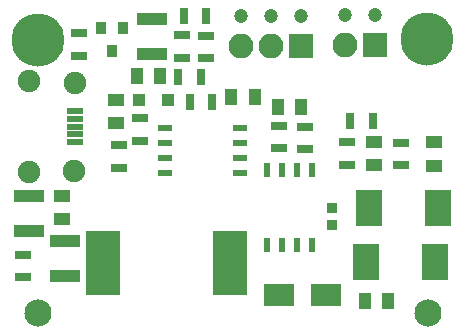
<source format=gts>
G04 #@! TF.GenerationSoftware,KiCad,Pcbnew,5.1.6-c6e7f7d~87~ubuntu20.04.1*
G04 #@! TF.CreationDate,2021-06-05T20:06:15-07:00*
G04 #@! TF.ProjectId,NixieSupply5vto170vDCMBoostMini,4e697869-6553-4757-9070-6c793576746f,rev?*
G04 #@! TF.SameCoordinates,Original*
G04 #@! TF.FileFunction,Soldermask,Top*
G04 #@! TF.FilePolarity,Negative*
%FSLAX46Y46*%
G04 Gerber Fmt 4.6, Leading zero omitted, Abs format (unit mm)*
G04 Created by KiCad (PCBNEW 5.1.6-c6e7f7d~87~ubuntu20.04.1) date 2021-06-05 20:06:15*
%MOMM*%
%LPD*%
G01*
G04 APERTURE LIST*
%ADD10C,4.501600*%
%ADD11R,0.901600X1.001600*%
%ADD12R,1.244600X0.609600*%
%ADD13R,1.451600X0.501600*%
%ADD14C,1.901600*%
%ADD15R,0.801600X1.401600*%
%ADD16R,1.401600X0.801600*%
%ADD17R,0.851600X0.901600*%
%ADD18R,1.101600X1.351600*%
%ADD19R,1.351600X1.101600*%
%ADD20R,0.609600X1.244600*%
%ADD21R,1.101600X1.101600*%
%ADD22C,2.301600*%
%ADD23R,3.001600X5.501600*%
%ADD24R,2.301600X3.101600*%
%ADD25R,2.601600X1.101600*%
%ADD26R,2.601600X1.901600*%
%ADD27O,2.100580X2.100580*%
%ADD28R,2.100580X2.100580*%
%ADD29C,1.201600*%
G04 APERTURE END LIST*
D10*
G04 #@! TO.C,J2*
X171684000Y-85269000D03*
G04 #@! TD*
D11*
G04 #@! TO.C,Q26*
X145928120Y-84326220D03*
X144028120Y-84326220D03*
X144978120Y-86326220D03*
G04 #@! TD*
D12*
G04 #@! TO.C,U1*
X155829000Y-92837000D03*
X155829000Y-94107000D03*
X155829000Y-95377000D03*
X155829000Y-96647000D03*
X149479000Y-96647000D03*
X149479000Y-95377000D03*
X149479000Y-94107000D03*
X149479000Y-92837000D03*
G04 #@! TD*
D13*
G04 #@! TO.C,P1*
X141812000Y-91410000D03*
X141812000Y-92060000D03*
X141812000Y-92710000D03*
X141812000Y-93360000D03*
X141812000Y-94010000D03*
D14*
X141812000Y-88985000D03*
X141787000Y-96435000D03*
X137987000Y-88835000D03*
X137987000Y-96585000D03*
G04 #@! TD*
D15*
G04 #@! TO.C,R16*
X165166000Y-92202000D03*
X167066000Y-92202000D03*
G04 #@! TD*
D16*
G04 #@! TO.C,R15*
X164846000Y-95946000D03*
X164846000Y-94046000D03*
G04 #@! TD*
G04 #@! TO.C,R10*
X161277300Y-94650600D03*
X161277300Y-92750600D03*
G04 #@! TD*
G04 #@! TO.C,R8*
X159143700Y-94523600D03*
X159143700Y-92623600D03*
G04 #@! TD*
D15*
G04 #@! TO.C,R5*
X152504180Y-88521540D03*
X150604180Y-88521540D03*
G04 #@! TD*
G04 #@! TO.C,R3*
X153464300Y-90601800D03*
X151564300Y-90601800D03*
G04 #@! TD*
D16*
G04 #@! TO.C,R2*
X147320000Y-92014000D03*
X147320000Y-93914000D03*
G04 #@! TD*
G04 #@! TO.C,L5*
X169456100Y-94084100D03*
X169456100Y-95984100D03*
G04 #@! TD*
G04 #@! TO.C,L2*
X137403840Y-105455760D03*
X137403840Y-103555760D03*
G04 #@! TD*
D17*
G04 #@! TO.C,C15*
X163576000Y-101080000D03*
X163576000Y-99580000D03*
G04 #@! TD*
D18*
G04 #@! TO.C,C11*
X159020000Y-91059000D03*
X161020000Y-91059000D03*
G04 #@! TD*
D19*
G04 #@! TO.C,C7*
X145288000Y-92440000D03*
X145288000Y-90440000D03*
G04 #@! TD*
D18*
G04 #@! TO.C,C5*
X147082000Y-88392000D03*
X149082000Y-88392000D03*
G04 #@! TD*
D20*
G04 #@! TO.C,Q1*
X161925000Y-102743000D03*
X160655000Y-102743000D03*
X159385000Y-102743000D03*
X158115000Y-102743000D03*
X158115000Y-96393000D03*
X159385000Y-96393000D03*
X160655000Y-96393000D03*
X161925000Y-96393000D03*
G04 #@! TD*
D16*
G04 #@! TO.C,R4*
X142143480Y-84805480D03*
X142143480Y-86705480D03*
G04 #@! TD*
D18*
G04 #@! TO.C,C12*
X166386000Y-107442000D03*
X168386000Y-107442000D03*
G04 #@! TD*
D19*
G04 #@! TO.C,C6*
X167132000Y-95996000D03*
X167132000Y-93996000D03*
G04 #@! TD*
D21*
G04 #@! TO.C,D2*
X147258720Y-90434160D03*
X149758720Y-90434160D03*
G04 #@! TD*
D16*
G04 #@! TO.C,R7*
X152963880Y-86918840D03*
X152963880Y-85018840D03*
G04 #@! TD*
G04 #@! TO.C,R9*
X150891240Y-84988360D03*
X150891240Y-86888360D03*
G04 #@! TD*
D19*
G04 #@! TO.C,C18*
X140703300Y-100555300D03*
X140703300Y-98555300D03*
G04 #@! TD*
D15*
G04 #@! TO.C,R1*
X151071540Y-83372960D03*
X152971540Y-83372960D03*
G04 #@! TD*
D19*
G04 #@! TO.C,C3*
X172275500Y-94046800D03*
X172275500Y-96046800D03*
G04 #@! TD*
D22*
G04 #@! TO.C,J4*
X171704000Y-108534200D03*
G04 #@! TD*
G04 #@! TO.C,J5*
X138684000Y-108483400D03*
G04 #@! TD*
D10*
G04 #@! TO.C,J3*
X138684000Y-85344000D03*
G04 #@! TD*
D18*
G04 #@! TO.C,C10*
X155057600Y-90220800D03*
X157057600Y-90220800D03*
G04 #@! TD*
D16*
G04 #@! TO.C,R12*
X145542000Y-96200000D03*
X145542000Y-94300000D03*
G04 #@! TD*
D23*
G04 #@! TO.C,L3*
X155006000Y-104267000D03*
X144206000Y-104267000D03*
G04 #@! TD*
D24*
G04 #@! TO.C,C1*
X166518000Y-104140000D03*
X172318000Y-104140000D03*
G04 #@! TD*
G04 #@! TO.C,C2*
X166772000Y-99568000D03*
X172572000Y-99568000D03*
G04 #@! TD*
D25*
G04 #@! TO.C,C9*
X140970000Y-105386000D03*
X140970000Y-102386000D03*
G04 #@! TD*
G04 #@! TO.C,C16*
X137911840Y-101555680D03*
X137911840Y-98555680D03*
G04 #@! TD*
D26*
G04 #@! TO.C,D1*
X163099500Y-106997500D03*
X159099500Y-106997500D03*
G04 #@! TD*
D27*
G04 #@! TO.C,J1*
X164673280Y-85831680D03*
D28*
X167213280Y-85831680D03*
D29*
X167213280Y-83291680D03*
X164673280Y-83291680D03*
G04 #@! TD*
D27*
G04 #@! TO.C,J6*
X155874720Y-85852000D03*
D28*
X160954720Y-85852000D03*
D27*
X158414720Y-85852000D03*
D29*
X160954720Y-83312000D03*
X158414720Y-83312000D03*
X155874720Y-83312000D03*
G04 #@! TD*
D25*
G04 #@! TO.C,C14*
X148351240Y-86574760D03*
X148351240Y-83574760D03*
G04 #@! TD*
M02*

</source>
